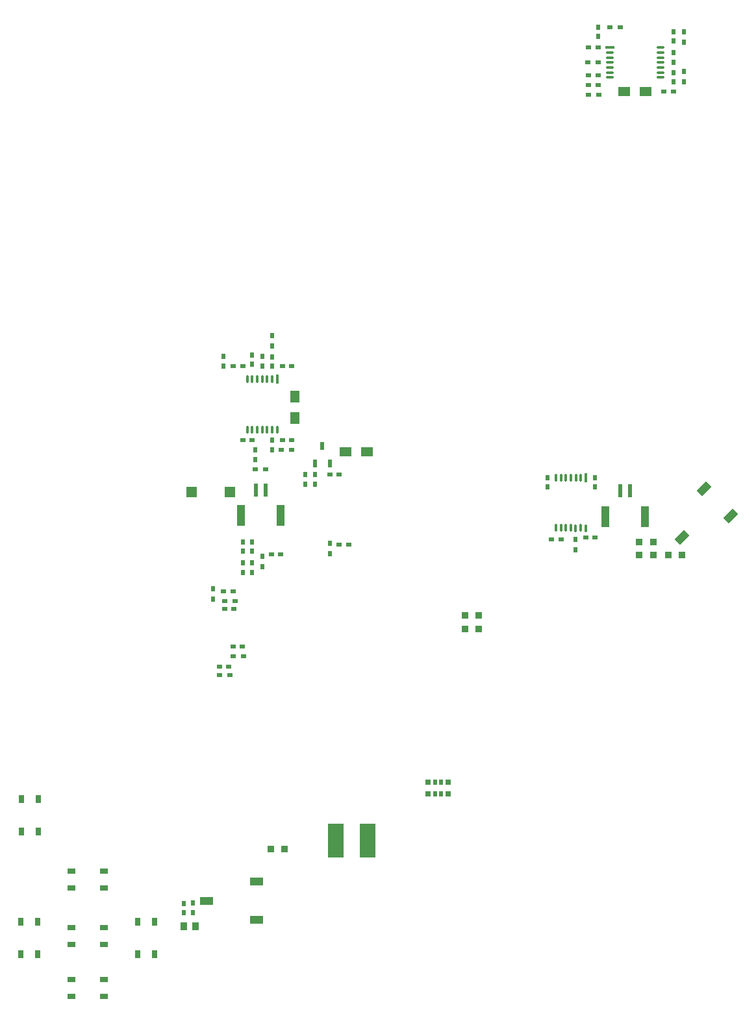
<source format=gtp>
G04*
G04 #@! TF.GenerationSoftware,Altium Limited,Altium Designer,20.1.11 (218)*
G04*
G04 Layer_Color=8421504*
%FSLAX25Y25*%
%MOIN*%
G70*
G04*
G04 #@! TF.SameCoordinates,1E5C8DF0-0C21-4807-87EA-DBAC22A10C90*
G04*
G04*
G04 #@! TF.FilePolarity,Positive*
G04*
G01*
G75*
%ADD16R,0.06000X0.05000*%
%ADD17O,0.01299X0.04500*%
%ADD18R,0.01299X0.04500*%
%ADD19R,0.05000X0.06000*%
%ADD20R,0.02362X0.03937*%
%ADD21R,0.02362X0.06693*%
%ADD22R,0.03937X0.11024*%
%ADD23R,0.05512X0.05512*%
%ADD24R,0.02953X0.03150*%
%ADD25R,0.02284X0.03150*%
%ADD26R,0.03500X0.03800*%
%ADD27R,0.03800X0.03500*%
G04:AMPARAMS|DCode=28|XSize=39.37mil|YSize=66.93mil|CornerRadius=0mil|HoleSize=0mil|Usage=FLASHONLY|Rotation=315.000|XOffset=0mil|YOffset=0mil|HoleType=Round|Shape=Rectangle|*
%AMROTATEDRECTD28*
4,1,4,-0.03758,-0.00974,0.00974,0.03758,0.03758,0.00974,-0.00974,-0.03758,-0.03758,-0.00974,0.0*
%
%ADD28ROTATEDRECTD28*%

%ADD29R,0.06693X0.03937*%
%ADD30R,0.03000X0.02300*%
%ADD31R,0.02500X0.02000*%
%ADD32R,0.02000X0.02500*%
%ADD33O,0.04500X0.01299*%
%ADD34R,0.04500X0.01299*%
%ADD35R,0.07874X0.17717*%
%ADD36R,0.04134X0.02559*%
%ADD37R,0.02559X0.04134*%
%ADD38R,0.03661X0.03858*%
%ADD39R,0.02300X0.03000*%
D16*
X93000Y404500D02*
D03*
X104000D02*
D03*
X-38969Y219500D02*
D03*
X-49968D02*
D03*
D17*
X-90405Y230968D02*
D03*
X-98000Y231000D02*
D03*
X-92882D02*
D03*
X-95441Y256984D02*
D03*
X-90323D02*
D03*
X-98000D02*
D03*
X-92882D02*
D03*
X-87764D02*
D03*
Y231000D02*
D03*
X-100559D02*
D03*
X-95441D02*
D03*
X-85205Y230968D02*
D03*
X-100559Y256984D02*
D03*
X67977Y180468D02*
D03*
X60382Y180500D02*
D03*
X65500D02*
D03*
X62941Y206484D02*
D03*
X68059D02*
D03*
X60382D02*
D03*
X65500D02*
D03*
X70618D02*
D03*
Y180500D02*
D03*
X57823D02*
D03*
X62941D02*
D03*
X73177Y180468D02*
D03*
X57823Y206484D02*
D03*
D18*
X-85205Y256984D02*
D03*
X73177Y206484D02*
D03*
D19*
X-76000Y237000D02*
D03*
Y248000D02*
D03*
D20*
X-65693Y213532D02*
D03*
X-58212D02*
D03*
X-61953Y222587D02*
D03*
D21*
X-91039Y200095D02*
D03*
X-95961Y200095D02*
D03*
X95961Y199594D02*
D03*
X91039Y199595D02*
D03*
D22*
X-83362Y186906D02*
D03*
X-103638D02*
D03*
X103638Y186406D02*
D03*
X83362D02*
D03*
D23*
X-109543Y199000D02*
D03*
X-129228D02*
D03*
D24*
X2682Y50002D02*
D03*
Y43940D02*
D03*
X-7948Y50002D02*
D03*
X-7948Y43940D02*
D03*
D25*
X-1058Y50002D02*
D03*
Y43940D02*
D03*
X-4208Y50002D02*
D03*
Y43940D02*
D03*
D26*
X11102Y135500D02*
D03*
Y128600D02*
D03*
X18230Y135500D02*
D03*
Y128600D02*
D03*
X100429Y173400D02*
D03*
Y166500D02*
D03*
X108000Y173400D02*
D03*
Y166500D02*
D03*
D27*
X122601D02*
D03*
X115701D02*
D03*
X-81500Y15500D02*
D03*
X-88400D02*
D03*
D28*
X133731Y200558D02*
D03*
X122601Y175500D02*
D03*
X147650Y186638D02*
D03*
D29*
X-95721Y-1158D02*
D03*
X-121310Y-11006D02*
D03*
X-95722Y-20843D02*
D03*
D30*
X-109548Y105028D02*
D03*
X-114848D02*
D03*
X79500Y419500D02*
D03*
X74200D02*
D03*
X85500Y437570D02*
D03*
X90800D02*
D03*
X-107777Y114500D02*
D03*
X-102477D02*
D03*
X74680Y403000D02*
D03*
X79980D02*
D03*
X-112168Y143121D02*
D03*
X-106868D02*
D03*
X-96339Y210500D02*
D03*
X-91039D02*
D03*
X-82980Y220680D02*
D03*
X-77680D02*
D03*
D31*
X-102957Y119500D02*
D03*
X-107777D02*
D03*
X-58212Y207852D02*
D03*
X-53392D02*
D03*
X60382Y174500D02*
D03*
X55562D02*
D03*
X73177Y175500D02*
D03*
X77997D02*
D03*
X-112762Y148000D02*
D03*
X-107942D02*
D03*
X79500Y427177D02*
D03*
X74680D02*
D03*
X-82500Y263500D02*
D03*
X-77680D02*
D03*
X-112168Y138858D02*
D03*
X-107348D02*
D03*
X79500Y408062D02*
D03*
X74680D02*
D03*
X-102820Y263500D02*
D03*
X-107640D02*
D03*
X79500Y412882D02*
D03*
X74680D02*
D03*
X-53392Y171915D02*
D03*
X-48572D02*
D03*
X-98000Y225500D02*
D03*
X-102820D02*
D03*
X118052Y404500D02*
D03*
X113232D02*
D03*
X-88254Y166929D02*
D03*
X-83434D02*
D03*
X-114848Y109344D02*
D03*
X-110028D02*
D03*
X-82500Y225500D02*
D03*
X-77680D02*
D03*
D32*
X79713Y437820D02*
D03*
Y433000D02*
D03*
X-65693Y207852D02*
D03*
Y203032D02*
D03*
X-70892Y207852D02*
D03*
Y203032D02*
D03*
X77997Y206484D02*
D03*
Y201664D02*
D03*
X53500Y201664D02*
D03*
Y206484D02*
D03*
X-128500Y-16977D02*
D03*
Y-12157D02*
D03*
X-133182Y-12180D02*
D03*
Y-17000D02*
D03*
X-87764Y263500D02*
D03*
Y268320D02*
D03*
X-102820Y168500D02*
D03*
Y173320D02*
D03*
X-98000Y269320D02*
D03*
Y264500D02*
D03*
Y168500D02*
D03*
Y173320D02*
D03*
X-96339Y220500D02*
D03*
Y215680D02*
D03*
X118052Y414382D02*
D03*
Y409562D02*
D03*
X-87764Y225500D02*
D03*
Y220680D02*
D03*
X118052Y430500D02*
D03*
Y435320D02*
D03*
Y424618D02*
D03*
Y419798D02*
D03*
D33*
X85500Y411823D02*
D03*
X111516Y427177D02*
D03*
X111484Y416941D02*
D03*
Y411823D02*
D03*
Y424618D02*
D03*
X85500D02*
D03*
Y419500D02*
D03*
Y414382D02*
D03*
Y422059D02*
D03*
Y416941D02*
D03*
X111484Y419500D02*
D03*
Y414382D02*
D03*
X111516Y421977D02*
D03*
D34*
X85500Y427177D02*
D03*
D35*
X-54969Y20000D02*
D03*
X-38669Y19900D02*
D03*
D36*
X-190667Y4331D02*
D03*
X-174131D02*
D03*
X-190667Y-4330D02*
D03*
X-174131D02*
D03*
X-190667Y-24730D02*
D03*
X-174131D02*
D03*
X-190667Y-33391D02*
D03*
X-174131D02*
D03*
X-190667Y-51230D02*
D03*
X-174131D02*
D03*
X-190667Y-59891D02*
D03*
X-174131D02*
D03*
D37*
X-216929Y-38328D02*
D03*
Y-21792D02*
D03*
X-208268Y-38328D02*
D03*
Y-21792D02*
D03*
X-156730Y-38328D02*
D03*
Y-21792D02*
D03*
X-148069Y-38328D02*
D03*
Y-21792D02*
D03*
X-216331Y24732D02*
D03*
Y41268D02*
D03*
X-207670Y24732D02*
D03*
Y41268D02*
D03*
D38*
X-133182Y-24000D02*
D03*
X-127119D02*
D03*
D39*
X67977Y174500D02*
D03*
Y169200D02*
D03*
X-92882Y263500D02*
D03*
Y268800D02*
D03*
X-87764Y274000D02*
D03*
Y279300D02*
D03*
X-118006Y143939D02*
D03*
Y149240D02*
D03*
X-112941Y263500D02*
D03*
Y268800D02*
D03*
X-102820Y162813D02*
D03*
Y157513D02*
D03*
X123500Y409562D02*
D03*
Y414862D02*
D03*
X-98000Y162813D02*
D03*
Y157513D02*
D03*
X-58168Y172500D02*
D03*
Y167200D02*
D03*
X123500Y435320D02*
D03*
Y430020D02*
D03*
X-92882Y165997D02*
D03*
Y160697D02*
D03*
M02*

</source>
